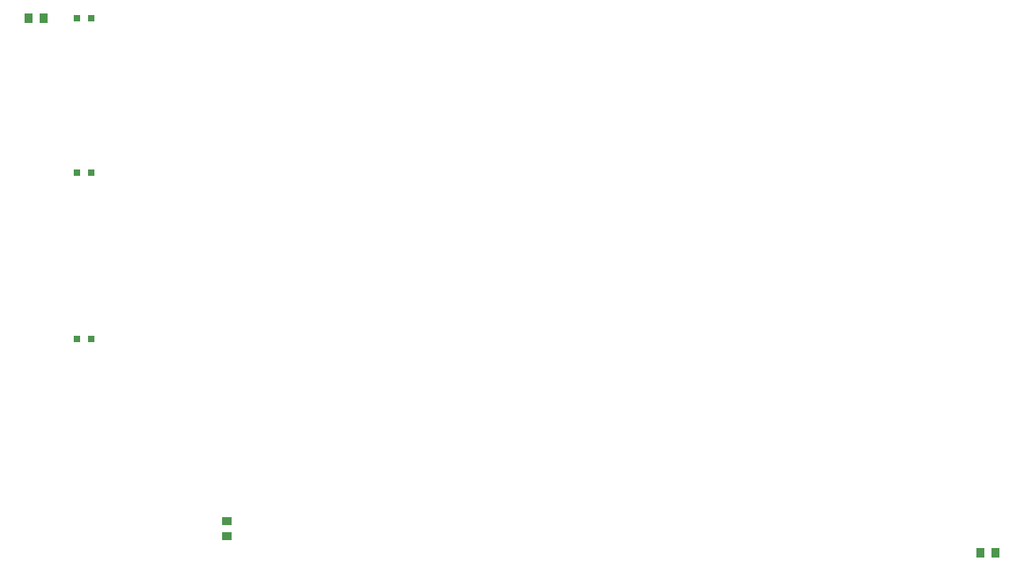
<source format=gbr>
G04 EAGLE Gerber RS-274X export*
G75*
%MOMM*%
%FSLAX34Y34*%
%LPD*%
%INSolderpaste Top*%
%IPPOS*%
%AMOC8*
5,1,8,0,0,1.08239X$1,22.5*%
G01*
%ADD10R,0.800000X0.800000*%
%ADD11R,0.949959X1.031241*%
%ADD12R,1.031241X0.949959*%


D10*
X94100Y533400D03*
X109100Y533400D03*
X94100Y711200D03*
X109100Y711200D03*
X94100Y876300D03*
X109100Y876300D03*
D11*
X42799Y876300D03*
X58801Y876300D03*
D12*
X254000Y322199D03*
X254000Y338201D03*
D11*
X1074801Y304800D03*
X1058799Y304800D03*
M02*

</source>
